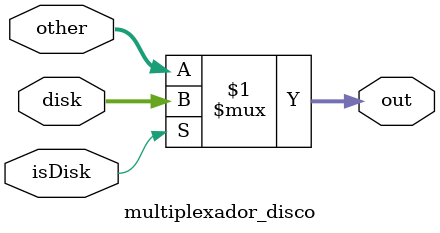
<source format=v>
module multiplexador_disco(other, disk, isDisk, out);
	// Entradas
	input [31:0] other;
	input [31:0] disk;
	input isDisk;
	
	// Saida
	output [31:0] out;
	
	assign out = isDisk ? disk : other;
endmodule

</source>
